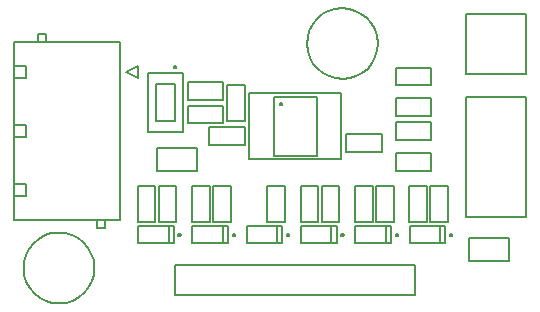
<source format=gto>
G04 (created by PCBNEW-RS274X (2012-05-21 BZR 3261)-stable) date Thu 30 May 2013 11:23:39 PM PDT*
G01*
G70*
G90*
%MOIN*%
G04 Gerber Fmt 3.4, Leading zero omitted, Abs format*
%FSLAX34Y34*%
G04 APERTURE LIST*
%ADD10C,0.008000*%
G04 APERTURE END LIST*
G54D10*
X62598Y-33465D02*
X62575Y-33694D01*
X62508Y-33915D01*
X62400Y-34118D01*
X62255Y-34297D01*
X62077Y-34444D01*
X61874Y-34553D01*
X61654Y-34621D01*
X61425Y-34645D01*
X61196Y-34625D01*
X60975Y-34560D01*
X60771Y-34453D01*
X60591Y-34308D01*
X60443Y-34132D01*
X60332Y-33930D01*
X60262Y-33710D01*
X60237Y-33481D01*
X60256Y-33252D01*
X60319Y-33031D01*
X60425Y-32826D01*
X60568Y-32645D01*
X60743Y-32496D01*
X60945Y-32383D01*
X61164Y-32312D01*
X61393Y-32285D01*
X61622Y-32302D01*
X61844Y-32364D01*
X62049Y-32468D01*
X62231Y-32610D01*
X62382Y-32785D01*
X62495Y-32985D01*
X62568Y-33204D01*
X62597Y-33433D01*
X62598Y-33465D01*
X53150Y-40945D02*
X53127Y-41174D01*
X53060Y-41395D01*
X52952Y-41598D01*
X52807Y-41777D01*
X52629Y-41924D01*
X52426Y-42033D01*
X52206Y-42101D01*
X51977Y-42125D01*
X51748Y-42105D01*
X51527Y-42040D01*
X51323Y-41933D01*
X51143Y-41788D01*
X50995Y-41612D01*
X50884Y-41410D01*
X50814Y-41190D01*
X50789Y-40961D01*
X50808Y-40732D01*
X50871Y-40511D01*
X50977Y-40306D01*
X51120Y-40125D01*
X51295Y-39976D01*
X51497Y-39863D01*
X51716Y-39792D01*
X51945Y-39765D01*
X52174Y-39782D01*
X52396Y-39844D01*
X52601Y-39948D01*
X52783Y-40090D01*
X52934Y-40265D01*
X53047Y-40465D01*
X53120Y-40684D01*
X53149Y-40913D01*
X53150Y-40945D01*
X59410Y-35472D02*
X59409Y-35479D01*
X59407Y-35486D01*
X59403Y-35493D01*
X59398Y-35499D01*
X59392Y-35504D01*
X59386Y-35507D01*
X59378Y-35510D01*
X59371Y-35510D01*
X59364Y-35510D01*
X59357Y-35508D01*
X59350Y-35504D01*
X59344Y-35499D01*
X59339Y-35494D01*
X59336Y-35487D01*
X59333Y-35480D01*
X59333Y-35472D01*
X59333Y-35465D01*
X59335Y-35458D01*
X59339Y-35451D01*
X59343Y-35445D01*
X59349Y-35440D01*
X59356Y-35437D01*
X59363Y-35434D01*
X59371Y-35434D01*
X59377Y-35434D01*
X59385Y-35436D01*
X59391Y-35440D01*
X59397Y-35444D01*
X59402Y-35450D01*
X59406Y-35457D01*
X59409Y-35464D01*
X59409Y-35471D01*
X59410Y-35472D01*
X58308Y-35118D02*
X61378Y-35118D01*
X61378Y-35118D02*
X61378Y-37322D01*
X61378Y-37322D02*
X58308Y-37322D01*
X58308Y-37322D02*
X58308Y-35118D01*
X59124Y-35236D02*
X60562Y-35236D01*
X60562Y-35236D02*
X60562Y-37204D01*
X60562Y-37204D02*
X59124Y-37204D01*
X59124Y-37204D02*
X59124Y-35236D01*
X63189Y-35296D02*
X64371Y-35296D01*
X64371Y-35296D02*
X64371Y-35886D01*
X64371Y-35886D02*
X63189Y-35886D01*
X63189Y-35886D02*
X63189Y-35296D01*
X55295Y-39410D02*
X55295Y-38228D01*
X55295Y-38228D02*
X55885Y-38228D01*
X55885Y-38228D02*
X55885Y-39410D01*
X55885Y-39410D02*
X55295Y-39410D01*
X60610Y-38228D02*
X60610Y-39410D01*
X60610Y-39410D02*
X60020Y-39410D01*
X60020Y-39410D02*
X60020Y-38228D01*
X60020Y-38228D02*
X60610Y-38228D01*
X60729Y-39410D02*
X60729Y-38228D01*
X60729Y-38228D02*
X61319Y-38228D01*
X61319Y-38228D02*
X61319Y-39410D01*
X61319Y-39410D02*
X60729Y-39410D01*
X58917Y-39410D02*
X58917Y-38228D01*
X58917Y-38228D02*
X59507Y-38228D01*
X59507Y-38228D02*
X59507Y-39410D01*
X59507Y-39410D02*
X58917Y-39410D01*
X62422Y-38228D02*
X62422Y-39410D01*
X62422Y-39410D02*
X61832Y-39410D01*
X61832Y-39410D02*
X61832Y-38228D01*
X61832Y-38228D02*
X62422Y-38228D01*
X62540Y-39410D02*
X62540Y-38228D01*
X62540Y-38228D02*
X63130Y-38228D01*
X63130Y-38228D02*
X63130Y-39410D01*
X63130Y-39410D02*
X62540Y-39410D01*
X63189Y-34272D02*
X64371Y-34272D01*
X64371Y-34272D02*
X64371Y-34862D01*
X64371Y-34862D02*
X63189Y-34862D01*
X63189Y-34862D02*
X63189Y-34272D01*
X55177Y-38228D02*
X55177Y-39410D01*
X55177Y-39410D02*
X54587Y-39410D01*
X54587Y-39410D02*
X54587Y-38228D01*
X54587Y-38228D02*
X55177Y-38228D01*
X63189Y-36083D02*
X64371Y-36083D01*
X64371Y-36083D02*
X64371Y-36673D01*
X64371Y-36673D02*
X63189Y-36673D01*
X63189Y-36673D02*
X63189Y-36083D01*
X63189Y-37107D02*
X64371Y-37107D01*
X64371Y-37107D02*
X64371Y-37697D01*
X64371Y-37697D02*
X63189Y-37697D01*
X63189Y-37697D02*
X63189Y-37107D01*
X64233Y-38228D02*
X64233Y-39410D01*
X64233Y-39410D02*
X63643Y-39410D01*
X63643Y-39410D02*
X63643Y-38228D01*
X63643Y-38228D02*
X64233Y-38228D01*
X64352Y-39410D02*
X64352Y-38228D01*
X64352Y-38228D02*
X64942Y-38228D01*
X64942Y-38228D02*
X64942Y-39410D01*
X64942Y-39410D02*
X64352Y-39410D01*
X57107Y-39410D02*
X57107Y-38228D01*
X57107Y-38228D02*
X57697Y-38228D01*
X57697Y-38228D02*
X57697Y-39410D01*
X57697Y-39410D02*
X57107Y-39410D01*
X56988Y-38228D02*
X56988Y-39410D01*
X56988Y-39410D02*
X56398Y-39410D01*
X56398Y-39410D02*
X56398Y-38228D01*
X56398Y-38228D02*
X56988Y-38228D01*
X56259Y-35532D02*
X57441Y-35532D01*
X57441Y-35532D02*
X57441Y-36122D01*
X57441Y-36122D02*
X56259Y-36122D01*
X56259Y-36122D02*
X56259Y-35532D01*
X56259Y-34744D02*
X57441Y-34744D01*
X57441Y-34744D02*
X57441Y-35334D01*
X57441Y-35334D02*
X56259Y-35334D01*
X56259Y-35334D02*
X56259Y-34744D01*
X65081Y-39843D02*
X65080Y-39850D01*
X65077Y-39858D01*
X65074Y-39865D01*
X65069Y-39871D01*
X65063Y-39876D01*
X65056Y-39879D01*
X65049Y-39882D01*
X65041Y-39882D01*
X65034Y-39882D01*
X65027Y-39880D01*
X65020Y-39876D01*
X65014Y-39871D01*
X65008Y-39865D01*
X65005Y-39858D01*
X65002Y-39851D01*
X65002Y-39843D01*
X65002Y-39836D01*
X65004Y-39829D01*
X65008Y-39822D01*
X65013Y-39816D01*
X65019Y-39811D01*
X65025Y-39807D01*
X65033Y-39804D01*
X65041Y-39804D01*
X65047Y-39804D01*
X65055Y-39806D01*
X65062Y-39810D01*
X65068Y-39815D01*
X65073Y-39820D01*
X65077Y-39827D01*
X65080Y-39835D01*
X65080Y-39842D01*
X65081Y-39843D01*
X64676Y-40128D02*
X64676Y-39558D01*
X64844Y-40128D02*
X63662Y-40128D01*
X63662Y-40128D02*
X63662Y-39558D01*
X63662Y-39558D02*
X64844Y-39558D01*
X64844Y-39558D02*
X64844Y-40128D01*
X63270Y-39843D02*
X63269Y-39850D01*
X63266Y-39858D01*
X63263Y-39865D01*
X63258Y-39871D01*
X63252Y-39876D01*
X63245Y-39879D01*
X63238Y-39882D01*
X63230Y-39882D01*
X63223Y-39882D01*
X63216Y-39880D01*
X63209Y-39876D01*
X63203Y-39871D01*
X63197Y-39865D01*
X63194Y-39858D01*
X63191Y-39851D01*
X63191Y-39843D01*
X63191Y-39836D01*
X63193Y-39829D01*
X63197Y-39822D01*
X63202Y-39816D01*
X63208Y-39811D01*
X63214Y-39807D01*
X63222Y-39804D01*
X63230Y-39804D01*
X63236Y-39804D01*
X63244Y-39806D01*
X63251Y-39810D01*
X63257Y-39815D01*
X63262Y-39820D01*
X63266Y-39827D01*
X63269Y-39835D01*
X63269Y-39842D01*
X63270Y-39843D01*
X62865Y-40128D02*
X62865Y-39558D01*
X63033Y-40128D02*
X61851Y-40128D01*
X61851Y-40128D02*
X61851Y-39558D01*
X61851Y-39558D02*
X63033Y-39558D01*
X63033Y-39558D02*
X63033Y-40128D01*
X59647Y-39843D02*
X59646Y-39850D01*
X59643Y-39858D01*
X59640Y-39865D01*
X59635Y-39871D01*
X59629Y-39876D01*
X59622Y-39879D01*
X59615Y-39882D01*
X59607Y-39882D01*
X59600Y-39882D01*
X59593Y-39880D01*
X59586Y-39876D01*
X59580Y-39871D01*
X59574Y-39865D01*
X59571Y-39858D01*
X59568Y-39851D01*
X59568Y-39843D01*
X59568Y-39836D01*
X59570Y-39829D01*
X59574Y-39822D01*
X59579Y-39816D01*
X59585Y-39811D01*
X59591Y-39807D01*
X59599Y-39804D01*
X59607Y-39804D01*
X59613Y-39804D01*
X59621Y-39806D01*
X59628Y-39810D01*
X59634Y-39815D01*
X59639Y-39820D01*
X59643Y-39827D01*
X59646Y-39835D01*
X59646Y-39842D01*
X59647Y-39843D01*
X59242Y-40128D02*
X59242Y-39558D01*
X59410Y-40128D02*
X58228Y-40128D01*
X58228Y-40128D02*
X58228Y-39558D01*
X58228Y-39558D02*
X59410Y-39558D01*
X59410Y-39558D02*
X59410Y-40128D01*
X61458Y-39843D02*
X61457Y-39850D01*
X61454Y-39858D01*
X61451Y-39865D01*
X61446Y-39871D01*
X61440Y-39876D01*
X61433Y-39879D01*
X61426Y-39882D01*
X61418Y-39882D01*
X61411Y-39882D01*
X61404Y-39880D01*
X61397Y-39876D01*
X61391Y-39871D01*
X61385Y-39865D01*
X61382Y-39858D01*
X61379Y-39851D01*
X61379Y-39843D01*
X61379Y-39836D01*
X61381Y-39829D01*
X61385Y-39822D01*
X61390Y-39816D01*
X61396Y-39811D01*
X61402Y-39807D01*
X61410Y-39804D01*
X61418Y-39804D01*
X61424Y-39804D01*
X61432Y-39806D01*
X61439Y-39810D01*
X61445Y-39815D01*
X61450Y-39820D01*
X61454Y-39827D01*
X61457Y-39835D01*
X61457Y-39842D01*
X61458Y-39843D01*
X61053Y-40128D02*
X61053Y-39558D01*
X61221Y-40128D02*
X60039Y-40128D01*
X60039Y-40128D02*
X60039Y-39558D01*
X60039Y-39558D02*
X61221Y-39558D01*
X61221Y-39558D02*
X61221Y-40128D01*
X56025Y-39843D02*
X56024Y-39850D01*
X56021Y-39858D01*
X56018Y-39865D01*
X56013Y-39871D01*
X56007Y-39876D01*
X56000Y-39879D01*
X55993Y-39882D01*
X55985Y-39882D01*
X55978Y-39882D01*
X55971Y-39880D01*
X55964Y-39876D01*
X55958Y-39871D01*
X55952Y-39865D01*
X55949Y-39858D01*
X55946Y-39851D01*
X55946Y-39843D01*
X55946Y-39836D01*
X55948Y-39829D01*
X55952Y-39822D01*
X55957Y-39816D01*
X55963Y-39811D01*
X55969Y-39807D01*
X55977Y-39804D01*
X55985Y-39804D01*
X55991Y-39804D01*
X55999Y-39806D01*
X56006Y-39810D01*
X56012Y-39815D01*
X56017Y-39820D01*
X56021Y-39827D01*
X56024Y-39835D01*
X56024Y-39842D01*
X56025Y-39843D01*
X55620Y-40128D02*
X55620Y-39558D01*
X55788Y-40128D02*
X54606Y-40128D01*
X54606Y-40128D02*
X54606Y-39558D01*
X54606Y-39558D02*
X55788Y-39558D01*
X55788Y-39558D02*
X55788Y-40128D01*
X57836Y-39843D02*
X57835Y-39850D01*
X57832Y-39858D01*
X57829Y-39865D01*
X57824Y-39871D01*
X57818Y-39876D01*
X57811Y-39879D01*
X57804Y-39882D01*
X57796Y-39882D01*
X57789Y-39882D01*
X57782Y-39880D01*
X57775Y-39876D01*
X57769Y-39871D01*
X57763Y-39865D01*
X57760Y-39858D01*
X57757Y-39851D01*
X57757Y-39843D01*
X57757Y-39836D01*
X57759Y-39829D01*
X57763Y-39822D01*
X57768Y-39816D01*
X57774Y-39811D01*
X57780Y-39807D01*
X57788Y-39804D01*
X57796Y-39804D01*
X57802Y-39804D01*
X57810Y-39806D01*
X57817Y-39810D01*
X57823Y-39815D01*
X57828Y-39820D01*
X57832Y-39827D01*
X57835Y-39835D01*
X57835Y-39842D01*
X57836Y-39843D01*
X57431Y-40128D02*
X57431Y-39558D01*
X57599Y-40128D02*
X56417Y-40128D01*
X56417Y-40128D02*
X56417Y-39558D01*
X56417Y-39558D02*
X57599Y-39558D01*
X57599Y-39558D02*
X57599Y-40128D01*
X58169Y-34833D02*
X58169Y-36033D01*
X58169Y-36033D02*
X57579Y-36033D01*
X57579Y-36033D02*
X57579Y-34833D01*
X57579Y-34833D02*
X58169Y-34833D01*
X58159Y-36830D02*
X56959Y-36830D01*
X56959Y-36830D02*
X56959Y-36240D01*
X56959Y-36240D02*
X58159Y-36240D01*
X58159Y-36240D02*
X58159Y-36830D01*
X61526Y-36477D02*
X62726Y-36477D01*
X62726Y-36477D02*
X62726Y-37067D01*
X62726Y-37067D02*
X61526Y-37067D01*
X61526Y-37067D02*
X61526Y-36477D01*
X65535Y-35244D02*
X67535Y-35244D01*
X67535Y-35244D02*
X67535Y-39244D01*
X67535Y-39244D02*
X65535Y-39244D01*
X65535Y-39244D02*
X65535Y-35244D01*
X65535Y-32465D02*
X67535Y-32465D01*
X67535Y-32465D02*
X67535Y-34465D01*
X67535Y-34465D02*
X65535Y-34465D01*
X65535Y-34465D02*
X65535Y-32465D01*
X55843Y-41839D02*
X55843Y-40839D01*
X55843Y-40839D02*
X63843Y-40839D01*
X63843Y-40839D02*
X63843Y-41839D01*
X63843Y-41839D02*
X55843Y-41839D01*
X56585Y-37707D02*
X55227Y-37707D01*
X55227Y-37707D02*
X55227Y-36939D01*
X55227Y-36939D02*
X56585Y-36939D01*
X56585Y-36939D02*
X56585Y-37707D01*
X50472Y-38150D02*
X50866Y-38150D01*
X50866Y-38150D02*
X50866Y-38543D01*
X50866Y-38543D02*
X50472Y-38543D01*
X50472Y-36181D02*
X50866Y-36181D01*
X50866Y-36181D02*
X50866Y-36575D01*
X50866Y-36575D02*
X50472Y-36575D01*
X50472Y-34213D02*
X50866Y-34213D01*
X50866Y-34213D02*
X50866Y-34606D01*
X50866Y-34606D02*
X50472Y-34606D01*
X53228Y-39331D02*
X53228Y-39606D01*
X53228Y-39606D02*
X53504Y-39606D01*
X53504Y-39606D02*
X53504Y-39331D01*
X51260Y-33425D02*
X51260Y-33150D01*
X51260Y-33150D02*
X51535Y-33150D01*
X51535Y-33150D02*
X51535Y-33425D01*
X54212Y-34409D02*
X54606Y-34213D01*
X54606Y-34213D02*
X54606Y-34606D01*
X54606Y-34606D02*
X54212Y-34409D01*
X54016Y-33425D02*
X50472Y-33425D01*
X50472Y-33425D02*
X50472Y-39331D01*
X50472Y-39331D02*
X54016Y-39331D01*
X54016Y-39331D02*
X54016Y-33425D01*
X55867Y-34252D02*
X55866Y-34259D01*
X55863Y-34267D01*
X55860Y-34274D01*
X55855Y-34280D01*
X55849Y-34285D01*
X55842Y-34288D01*
X55835Y-34291D01*
X55827Y-34291D01*
X55820Y-34291D01*
X55813Y-34289D01*
X55806Y-34285D01*
X55800Y-34280D01*
X55794Y-34274D01*
X55791Y-34267D01*
X55788Y-34260D01*
X55788Y-34252D01*
X55788Y-34245D01*
X55790Y-34238D01*
X55794Y-34231D01*
X55799Y-34225D01*
X55805Y-34220D01*
X55811Y-34216D01*
X55819Y-34213D01*
X55827Y-34213D01*
X55833Y-34213D01*
X55841Y-34215D01*
X55848Y-34219D01*
X55854Y-34224D01*
X55859Y-34229D01*
X55863Y-34236D01*
X55866Y-34244D01*
X55866Y-34251D01*
X55867Y-34252D01*
X56103Y-34449D02*
X56103Y-36417D01*
X56103Y-36417D02*
X54921Y-36417D01*
X54921Y-36417D02*
X54921Y-34449D01*
X54921Y-34449D02*
X56103Y-34449D01*
X55827Y-34803D02*
X55827Y-36063D01*
X55827Y-36063D02*
X55197Y-36063D01*
X55197Y-36063D02*
X55197Y-34803D01*
X55197Y-34803D02*
X55827Y-34803D01*
X65620Y-39931D02*
X66978Y-39931D01*
X66978Y-39931D02*
X66978Y-40699D01*
X66978Y-40699D02*
X65620Y-40699D01*
X65620Y-40699D02*
X65620Y-39931D01*
M02*

</source>
